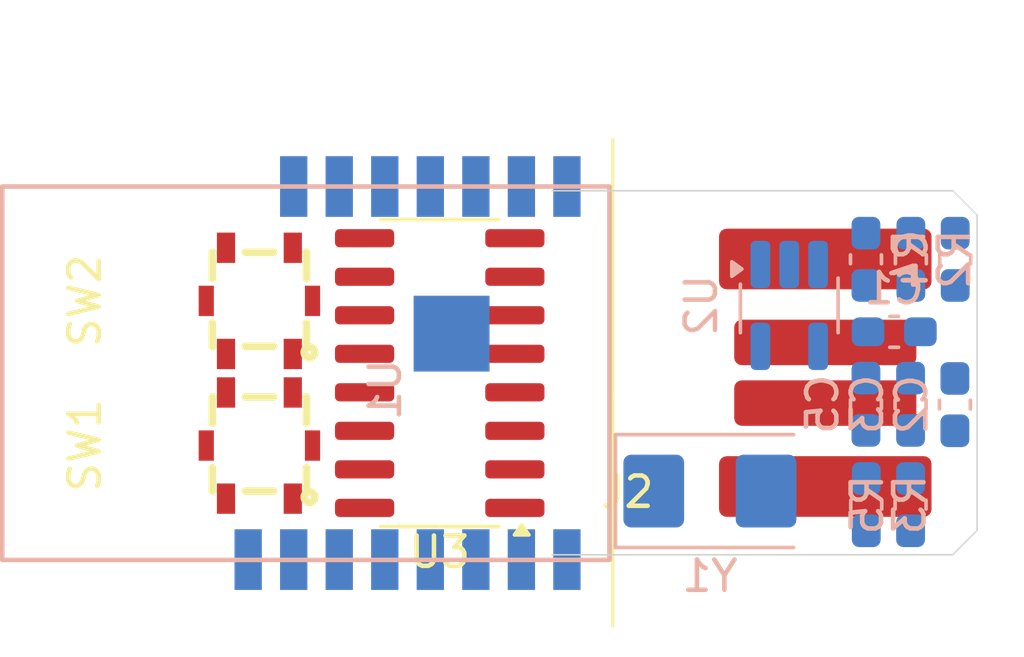
<source format=kicad_pcb>
(kicad_pcb (version 20241229) (generator "pcbnew") (generator_version "9.0")
  (layers (0 "F.Cu" signal) (2 "B.Cu" signal) (13 "F.Paste" user) (15 "B.Paste" user) (5 "F.SilkS" user "F.Silkscreen") (7 "B.SilkS" user "B.Silkscreen") (1 "F.Mask" user) (3 "B.Mask" user) (25 "Edge.Cuts" user))
  (net 0 "")
  (net 1 "GND")
  (net 2 "VBUS")
  (net 3 "+3.3V")
  (net 4 "Net-(U3-XO)")
  (net 5 "Net-(U3-XI)")
  (net 6 "D+")
  (net 7 "D-")
  (net 8 "Net-(U2-EN)")
  (net 9 "Net-(U1-GPIO0)")
  (net 10 "Net-(U1-RST)")
  (net 11 "Net-(U1-GPIO2)")
  (net 18 "Net-(U1-RX)")
  (net 26 "Net-(U1-TX)")
  (footprint "button:KEY-SMD_4P-L3.1-W3.1-P2.00_TS-1077S-01726" (layer "F.Cu") (at 118.86 72.71 90)
    (property "Reference" "SW2" (at 0 -5.75 90) (layer "F.SilkS"))
    (property "Value" "TS-1077S-01726")
    (fp_line (start 1.6 -1.55) (end 1.6 -1.53) (stroke (width 0.25)) (layer "F.SilkS"))
    (fp_line (start 0.74 -1.55) (end 1.6 -1.55) (stroke (width 0.25)) (layer "F.SilkS"))
    (fp_line (start -1.5 -1.55) (end -0.73 -1.55) (stroke (width 0.25)) (layer "F.SilkS"))
    (fp_line (start -1.5 -1.53) (end -1.5 -1.55) (stroke (width 0.25)) (layer "F.SilkS"))
    (fp_line (start 1.6 -0.47) (end 1.6 0.47) (stroke (width 0.25)) (layer "F.SilkS"))
    (fp_line (start -1.5 0.47) (end -1.5 -0.47) (stroke (width 0.25)) (layer "F.SilkS"))
    (fp_line (start 1.6 1.53) (end 1.6 1.55) (stroke (width 0.25)) (layer "F.SilkS"))
    (fp_line (start 1.6 1.55) (end 0.74 1.55) (stroke (width 0.25)) (layer "F.SilkS"))
    (fp_line (start -0.73 1.55) (end -1.5 1.55) (stroke (width 0.25)) (layer "F.SilkS"))
    (fp_line (start -1.5 1.55) (end -1.5 1.53) (stroke (width 0.25)) (layer "F.SilkS"))
    (fp_circle (center -1.7 1.65) (end -1.65 1.65) (stroke (width 0.25)) (fill no) (layer "F.SilkS"))
    (pad "1" smd rect (at -1.75 1.1 180) (size 0.6 1) (layers "F.Cu" "F.Mask" "F.Paste") (net 10 "Net-(U1-RST)"))
    (pad "2" smd rect (at 1.75 1.1 180) (size 0.6 1) (layers "F.Cu" "F.Mask" "F.Paste"))
    (pad "3" smd rect (at 1.75 -1.1 180) (size 0.6 1) (layers "F.Cu" "F.Mask" "F.Paste") (net 1 "GND"))
    (pad "4" smd rect (at -1.75 -1.1 180) (size 0.6 1) (layers "F.Cu" "F.Mask" "F.Paste"))
    (pad "5" smd rect (at 0 -1.75 180) (size 0.5 1) (layers "F.Cu" "F.Mask" "F.Paste"))
    (pad "5" smd rect (at 0 1.75 180) (size 0.5 1) (layers "F.Cu" "F.Mask" "F.Paste"))
  )
  (footprint "Package_SO:SOIC-16_3.9x9.9mm_P1.27mm" (layer "F.Cu") (at 124.8 75.09 180)
    (property "Reference" "U3" (at 0 -5.9 0) (layer "F.SilkS"))
    (property "Value" "CH340G")
    (fp_line (start 0 5.06) (end 1.95 5.06) (stroke (width 0.12)) (layer "F.SilkS"))
    (fp_line (start 0 5.06) (end -1.95 5.06) (stroke (width 0.12)) (layer "F.SilkS"))
    (fp_line (start 0 -5.06) (end 1.95 -5.06) (stroke (width 0.12)) (layer "F.SilkS"))
    (fp_line (start 0 -5.06) (end -1.95 -5.06) (stroke (width 0.12)) (layer "F.SilkS"))
    (fp_poly (pts (xy -2.7 -5.005) (xy -2.94 -5.335) (xy -2.46 -5.335)) (stroke (width 0.12)) (fill yes) (layer "F.SilkS"))
    (pad "1" smd roundrect (at -2.475 -4.445 180) (size 1.95 0.6) (layers "F.Cu" "F.Mask" "F.Paste") (net 1 "GND"))
    (pad "2" smd roundrect (at -2.475 -3.175 180) (size 1.95 0.6) (layers "F.Cu" "F.Mask" "F.Paste") (net 18 "Net-(U1-RX)"))
    (pad "3" smd roundrect (at -2.475 -1.905 180) (size 1.95 0.6) (layers "F.Cu" "F.Mask" "F.Paste") (net 26 "Net-(U1-TX)"))
    (pad "4" smd roundrect (at -2.475 -0.635 180) (size 1.95 0.6) (layers "F.Cu" "F.Mask" "F.Paste") (net 3 "+3.3V"))
    (pad "5" smd roundrect (at -2.475 0.635 180) (size 1.95 0.6) (layers "F.Cu" "F.Mask" "F.Paste") (net 6 "D+"))
    (pad "6" smd roundrect (at -2.475 1.905 180) (size 1.95 0.6) (layers "F.Cu" "F.Mask" "F.Paste") (net 7 "D-"))
    (pad "7" smd roundrect (at -2.475 3.175 180) (size 1.95 0.6) (layers "F.Cu" "F.Mask" "F.Paste") (net 5 "Net-(U3-XI)"))
    (pad "8" smd roundrect (at -2.475 4.445 180) (size 1.95 0.6) (layers "F.Cu" "F.Mask" "F.Paste") (net 4 "Net-(U3-XO)"))
    (pad "9" smd roundrect (at 2.475 4.445 180) (size 1.95 0.6) (layers "F.Cu" "F.Mask" "F.Paste"))
    (pad "10" smd roundrect (at 2.475 3.175 180) (size 1.95 0.6) (layers "F.Cu" "F.Mask" "F.Paste"))
    (pad "11" smd roundrect (at 2.475 1.905 180) (size 1.95 0.6) (layers "F.Cu" "F.Mask" "F.Paste"))
    (pad "12" smd roundrect (at 2.475 0.635 180) (size 1.95 0.6) (layers "F.Cu" "F.Mask" "F.Paste"))
    (pad "13" smd roundrect (at 2.475 -0.635 180) (size 1.95 0.6) (layers "F.Cu" "F.Mask" "F.Paste"))
    (pad "14" smd roundrect (at 2.475 -1.905 180) (size 1.95 0.6) (layers "F.Cu" "F.Mask" "F.Paste"))
    (pad "15" smd roundrect (at 2.475 -3.175 180) (size 1.95 0.6) (layers "F.Cu" "F.Mask" "F.Paste"))
    (pad "16" smd roundrect (at 2.475 -4.445 180) (size 1.95 0.6) (layers "F.Cu" "F.Mask" "F.Paste") (net 3 "+3.3V"))
  )
  (footprint "Connector_USB_PCB_Edge:USB_A_PCB_Edge_receptacle" (layer "F.Cu") (at 137.5 75.08 180)
    (property "Reference" "J2" (at 6.52 -3.93 0) (layer "F.SilkS"))
    (property "Value" "USB_A_PCB_Edge_receptacle")
    (fp_line (start 9 6) (end -4.2 6) (stroke (width 0.05)) (layer "Edge.Cuts"))
    (fp_line (start 9 -6) (end -4.2 -6) (stroke (width 0.05)) (layer "Edge.Cuts"))
    (fp_line (start -5 5.2) (end -4.2 6) (stroke (width 0.05)) (layer "Edge.Cuts"))
    (fp_line (start -5 -5.2) (end -4.2 -6) (stroke (width 0.05)) (layer "Edge.Cuts"))
    (fp_line (start -5 -5.2) (end -5 5.2) (stroke (width 0.05)) (layer "Edge.Cuts"))
    (pad "1" smd roundrect (at 0 3.75 180) (size 7 2) (layers "F.Cu" "F.Mask") (roundrect_rratio 0.125) (net 2 "VBUS"))
    (pad "2" smd roundrect (at 0 1 180) (size 6 1.5) (layers "F.Cu" "F.Mask") (roundrect_rratio 0.1666666667) (net 7 "D-"))
    (pad "3" smd roundrect (at 0 -1 180) (size 6 1.5) (layers "F.Cu" "F.Mask") (roundrect_rratio 0.1666666667) (net 6 "D+"))
    (pad "4" smd roundrect (at 0 -3.75 180) (size 7 2) (layers "F.Cu" "F.Mask") (roundrect_rratio 0.125) (net 1 "GND"))
  )
  (footprint "button:KEY-SMD_4P-L3.1-W3.1-P2.00_TS-1077S-01726" (layer "F.Cu") (at 118.86 77.48 90)
    (property "Reference" "SW1" (at 0 -5.75 90) (layer "F.SilkS"))
    (property "Value" "TS-1077S-01726")
    (fp_line (start 1.6 -1.55) (end 1.6 -1.53) (stroke (width 0.25)) (layer "F.SilkS"))
    (fp_line (start 0.74 -1.55) (end 1.6 -1.55) (stroke (width 0.25)) (layer "F.SilkS"))
    (fp_line (start -1.5 -1.55) (end -0.73 -1.55) (stroke (width 0.25)) (layer "F.SilkS"))
    (fp_line (start -1.5 -1.53) (end -1.5 -1.55) (stroke (width 0.25)) (layer "F.SilkS"))
    (fp_line (start 1.6 -0.47) (end 1.6 0.47) (stroke (width 0.25)) (layer "F.SilkS"))
    (fp_line (start -1.5 0.47) (end -1.5 -0.47) (stroke (width 0.25)) (layer "F.SilkS"))
    (fp_line (start 1.6 1.53) (end 1.6 1.55) (stroke (width 0.25)) (layer "F.SilkS"))
    (fp_line (start 1.6 1.55) (end 0.74 1.55) (stroke (width 0.25)) (layer "F.SilkS"))
    (fp_line (start -0.73 1.55) (end -1.5 1.55) (stroke (width 0.25)) (layer "F.SilkS"))
    (fp_line (start -1.5 1.55) (end -1.5 1.53) (stroke (width 0.25)) (layer "F.SilkS"))
    (fp_circle (center -1.7 1.65) (end -1.65 1.65) (stroke (width 0.25)) (fill no) (layer "F.SilkS"))
    (pad "1" smd rect (at -1.75 1.1 180) (size 0.6 1) (layers "F.Cu" "F.Mask" "F.Paste") (net 9 "Net-(U1-GPIO0)"))
    (pad "2" smd rect (at 1.75 1.1 180) (size 0.6 1) (layers "F.Cu" "F.Mask" "F.Paste"))
    (pad "3" smd rect (at 1.75 -1.1 180) (size 0.6 1) (layers "F.Cu" "F.Mask" "F.Paste") (net 1 "GND"))
    (pad "4" smd rect (at -1.75 -1.1 180) (size 0.6 1) (layers "F.Cu" "F.Mask" "F.Paste"))
    (pad "5" smd rect (at 0 -1.75 180) (size 0.5 1) (layers "F.Cu" "F.Mask" "F.Paste"))
    (pad "5" smd rect (at 0 1.75 180) (size 0.5 1) (layers "F.Cu" "F.Mask" "F.Paste"))
  )
  (footprint "Capacitor_SMD:C_0603_1608Metric_Pad1.08x0.95mm_HandSolder" (layer "B.Cu") (at 141.78 71.34 -90)
    (property "Reference" "C4" (at 0 1.43 90) (layer "B.SilkS") (effects (justify mirror)))
    (property "Value" "30pF")
    (fp_line (start -0.146267 0.51) (end 0.146267 0.51) (stroke (width 0.12)) (layer "B.SilkS"))
    (fp_line (start -0.146267 -0.51) (end 0.146267 -0.51) (stroke (width 0.12)) (layer "B.SilkS"))
    (pad "1" smd roundrect (at -0.8625 0 270) (size 1.075 0.95) (layers "B.Cu" "B.Mask" "B.Paste") (net 4 "Net-(U3-XO)"))
    (pad "2" smd roundrect (at 0.8625 0 270) (size 1.075 0.95) (layers "B.Cu" "B.Mask" "B.Paste") (net 1 "GND"))
  )
  (footprint "Crystal:Crystal_SMD_5032-2Pin_5.0x3.2mm" (layer "B.Cu") (at 133.7 78.98)
    (property "Reference" "Y1" (at 0 2.8 0) (layer "B.SilkS") (effects (justify mirror)))
    (property "Value" "12MHz")
    (fp_line (start -3.11 -1.86) (end 2.76 -1.86) (stroke (width 0.12)) (layer "B.SilkS"))
    (fp_line (start -3.11 1.86) (end -3.11 -1.86) (stroke (width 0.12)) (layer "B.SilkS"))
    (fp_line (start 2.76 1.86) (end -3.11 1.86) (stroke (width 0.12)) (layer "B.SilkS"))
    (pad "1" smd roundrect (at -1.85 0) (size 2 2.4) (layers "B.Cu" "B.Mask" "B.Paste") (roundrect_rratio 0.125) (net 4 "Net-(U3-XO)"))
    (pad "2" smd roundrect (at 1.85 0) (size 2 2.4) (layers "B.Cu" "B.Mask" "B.Paste") (roundrect_rratio 0.125) (net 5 "Net-(U3-XI)"))
  )
  (footprint "Capacitor_SMD:C_0603_1608Metric_Pad1.08x0.95mm_HandSolder" (layer "B.Cu") (at 138.84 71.34 90)
    (property "Reference" "R4" (at 0 1.43 90) (layer "B.SilkS") (effects (justify mirror)))
    (property "Value" "10k")
    (fp_line (start -0.146267 -0.51) (end 0.146267 -0.51) (stroke (width 0.12)) (layer "B.SilkS"))
    (fp_line (start -0.146267 0.51) (end 0.146267 0.51) (stroke (width 0.12)) (layer "B.SilkS"))
    (pad "1" smd roundrect (at -0.8625 0 90) (size 1.075 0.95) (layers "B.Cu" "B.Mask" "B.Paste") (net 10 "Net-(U1-RST)"))
    (pad "2" smd roundrect (at 0.8625 0 90) (size 1.075 0.95) (layers "B.Cu" "B.Mask" "B.Paste") (net 3 "+3.3V"))
  )
  (footprint "Capacitor_SMD:C_0603_1608Metric_Pad1.08x0.95mm_HandSolder" (layer "B.Cu") (at 140.31 79.4275 -90)
    (property "Reference" "R5" (at 0 1.43 90) (layer "B.SilkS") (effects (justify mirror)))
    (property "Value" "10k")
    (fp_line (start -0.146267 0.51) (end 0.146267 0.51) (stroke (width 0.12)) (layer "B.SilkS"))
    (fp_line (start -0.146267 -0.51) (end 0.146267 -0.51) (stroke (width 0.12)) (layer "B.SilkS"))
    (pad "1" smd roundrect (at -0.8625 0 270) (size 1.075 0.95) (layers "B.Cu" "B.Mask" "B.Paste") (net 3 "+3.3V"))
    (pad "2" smd roundrect (at 0.8625 0 270) (size 1.075 0.95) (layers "B.Cu" "B.Mask" "B.Paste") (net 11 "Net-(U1-GPIO2)"))
  )
  (footprint "Capacitor_SMD:C_0603_1608Metric_Pad1.08x0.95mm_HandSolder" (layer "B.Cu") (at 140.31 76.12 -90)
    (property "Reference" "C3" (at 0 1.43 90) (layer "B.SilkS") (effects (justify mirror)))
    (property "Value" "100nF")
    (fp_line (start -0.146267 0.51) (end 0.146267 0.51) (stroke (width 0.12)) (layer "B.SilkS"))
    (fp_line (start -0.146267 -0.51) (end 0.146267 -0.51) (stroke (width 0.12)) (layer "B.SilkS"))
    (pad "1" smd roundrect (at -0.8625 0 270) (size 1.075 0.95) (layers "B.Cu" "B.Mask" "B.Paste") (net 3 "+3.3V"))
    (pad "2" smd roundrect (at 0.8625 0 270) (size 1.075 0.95) (layers "B.Cu" "B.Mask" "B.Paste") (net 1 "GND"))
  )
  (footprint "ESP8285:ESP-M2" (layer "B.Cu") (at 122.99 75.09 -90)
    (property "Reference" "U1" (at 0.55 -0.01 90) (layer "B.SilkS") (effects (justify mirror)))
    (property "Value" "ESP-M2")
    (fp_line (start -6.15 12.6) (end 6.15 12.6) (stroke (width 0.15)) (layer "B.SilkS"))
    (fp_line (start -6.15 -7.4) (end -6.15 12.6) (stroke (width 0.15)) (layer "B.SilkS"))
    (fp_line (start 6.15 -7.4) (end -6.15 -7.4) (stroke (width 0.15)) (layer "B.SilkS"))
    (fp_line (start 6.16 -7.4) (end 6.16 12.6) (stroke (width 0.15)) (layer "B.SilkS"))
    (pad "1" smd rect (at -6.15 3 180) (size 0.9 2) (layers "B.Cu" "B.Mask" "B.Paste"))
    (pad "2" smd rect (at -6.15 1.5 180) (size 0.9 2) (layers "B.Cu" "B.Mask" "B.Paste"))
    (pad "3" smd rect (at -6.15 0 180) (size 0.9 2) (layers "B.Cu" "B.Mask" "B.Paste"))
    (pad "4" smd rect (at -6.15 -1.5 180) (size 0.9 2) (layers "B.Cu" "B.Mask" "B.Paste"))
    (pad "5" smd rect (at -6.15 -3 180) (size 0.9 2) (layers "B.Cu" "B.Mask" "B.Paste"))
    (pad "6" smd rect (at -6.15 -4.5 180) (size 0.9 2) (layers "B.Cu" "B.Mask" "B.Paste"))
    (pad "7" smd rect (at -6.15 -6 180) (size 0.9 2) (layers "B.Cu" "B.Mask" "B.Paste") (net 3 "+3.3V"))
    (pad "8" smd rect (at 6.15 -6 180) (size 0.9 2) (layers "B.Cu" "B.Mask" "B.Paste") (net 1 "GND"))
    (pad "9" smd rect (at 6.15 -4.5 180) (size 0.9 2) (layers "B.Cu" "B.Mask" "B.Paste") (net 11 "Net-(U1-GPIO2)"))
    (pad "10" smd rect (at 6.15 -3 180) (size 0.9 2) (layers "B.Cu" "B.Mask" "B.Paste") (net 9 "Net-(U1-GPIO0)"))
    (pad "11" smd rect (at 6.15 -1.5 180) (size 0.9 2) (layers "B.Cu" "B.Mask" "B.Paste"))
    (pad "12" smd rect (at 6.15 0 180) (size 0.9 2) (layers "B.Cu" "B.Mask" "B.Paste"))
    (pad "13" smd rect (at 6.15 1.5 180) (size 0.9 2) (layers "B.Cu" "B.Mask" "B.Paste") (net 18 "Net-(U1-RX)"))
    (pad "14" smd rect (at 6.15 3 180) (size 0.9 2) (layers "B.Cu" "B.Mask" "B.Paste") (net 26 "Net-(U1-TX)"))
    (pad "15" smd rect (at 6.15 4.5 180) (size 0.9 2) (layers "B.Cu" "B.Mask" "B.Paste") (net 10 "Net-(U1-RST)"))
    (pad "16" smd rect (at -1.3 -2.2 180) (size 2.5 2.5) (layers "B.Cu" "B.Mask" "B.Paste") (net 1 "GND"))
  )
  (footprint "Capacitor_SMD:C_0603_1608Metric_Pad1.08x0.95mm_HandSolder" (layer "B.Cu") (at 138.85 79.4275 90)
    (property "Reference" "R3" (at 0 1.43 90) (layer "B.SilkS") (effects (justify mirror)))
    (property "Value" "10k")
    (fp_line (start -0.146267 -0.51) (end 0.146267 -0.51) (stroke (width 0.12)) (layer "B.SilkS"))
    (fp_line (start -0.146267 0.51) (end 0.146267 0.51) (stroke (width 0.12)) (layer "B.SilkS"))
    (pad "1" smd roundrect (at -0.8625 0 90) (size 1.075 0.95) (layers "B.Cu" "B.Mask" "B.Paste") (net 9 "Net-(U1-GPIO0)"))
    (pad "2" smd roundrect (at 0.8625 0 90) (size 1.075 0.95) (layers "B.Cu" "B.Mask" "B.Paste") (net 3 "+3.3V"))
  )
  (footprint "Capacitor_SMD:C_0603_1608Metric_Pad1.08x0.95mm_HandSolder" (layer "B.Cu") (at 138.84 76.1175 -90)
    (property "Reference" "C5" (at 0 1.43 90) (layer "B.SilkS") (effects (justify mirror)))
    (property "Value" "30pF")
    (fp_line (start -0.146267 0.51) (end 0.146267 0.51) (stroke (width 0.12)) (layer "B.SilkS"))
    (fp_line (start -0.146267 -0.51) (end 0.146267 -0.51) (stroke (width 0.12)) (layer "B.SilkS"))
    (pad "1" smd roundrect (at -0.8625 0 270) (size 1.075 0.95) (layers "B.Cu" "B.Mask" "B.Paste") (net 5 "Net-(U3-XI)"))
    (pad "2" smd roundrect (at 0.8625 0 270) (size 1.075 0.95) (layers "B.Cu" "B.Mask" "B.Paste") (net 1 "GND"))
  )
  (footprint "Capacitor_SMD:C_0603_1608Metric_Pad1.08x0.95mm_HandSolder" (layer "B.Cu") (at 140.32 71.34 90)
    (property "Reference" "R2" (at 0 1.43 90) (layer "B.SilkS") (effects (justify mirror)))
    (property "Value" "1k")
    (fp_line (start -0.146267 -0.51) (end 0.146267 -0.51) (stroke (width 0.12)) (layer "B.SilkS"))
    (fp_line (start -0.146267 0.51) (end 0.146267 0.51) (stroke (width 0.12)) (layer "B.SilkS"))
    (pad "1" smd roundrect (at -0.8625 0 90) (size 1.075 0.95) (layers "B.Cu" "B.Mask" "B.Paste") (net 2 "VBUS"))
    (pad "2" smd roundrect (at 0.8625 0 90) (size 1.075 0.95) (layers "B.Cu" "B.Mask" "B.Paste") (net 8 "Net-(U2-EN)"))
  )
  (footprint "Capacitor_SMD:C_0603_1608Metric_Pad1.08x0.95mm_HandSolder" (layer "B.Cu") (at 141.77 76.13 -90)
    (property "Reference" "C2" (at 0 1.43 90) (layer "B.SilkS") (effects (justify mirror)))
    (property "Value" "1uF")
    (fp_line (start -0.146267 0.51) (end 0.146267 0.51) (stroke (width 0.12)) (layer "B.SilkS"))
    (fp_line (start -0.146267 -0.51) (end 0.146267 -0.51) (stroke (width 0.12)) (layer "B.SilkS"))
    (pad "1" smd roundrect (at -0.8625 0 270) (size 1.075 0.95) (layers "B.Cu" "B.Mask" "B.Paste") (net 3 "+3.3V"))
    (pad "2" smd roundrect (at 0.8625 0 270) (size 1.075 0.95) (layers "B.Cu" "B.Mask" "B.Paste") (net 1 "GND"))
  )
  (footprint "Package_TO_SOT_SMD:SOT-23-5_HandSoldering" (layer "B.Cu") (at 136.3125 72.86 -90)
    (property "Reference" "U2" (at 0 2.9 90) (layer "B.SilkS") (effects (justify mirror)))
    (property "Value" "AP2112K-3.3")
    (fp_line (start 0.1 1.61) (end -0.7 1.61) (stroke (width 0.12)) (layer "B.SilkS"))
    (fp_line (start 0.1 1.61) (end 0.9 1.61) (stroke (width 0.12)) (layer "B.SilkS"))
    (fp_line (start -0.9 -1.61) (end 0.9 -1.61) (stroke (width 0.12)) (layer "B.SilkS"))
    (fp_poly (pts (xy -1.2 1.56) (xy -1.44 1.89) (xy -0.96 1.89) (xy -1.2 1.56)) (stroke (width 0.12)) (fill yes) (layer "B.SilkS"))
    (pad "1" smd roundrect (at -1.35 0.95 270) (size 1.56 0.65) (layers "B.Cu" "B.Mask" "B.Paste") (net 2 "VBUS"))
    (pad "2" smd roundrect (at -1.35 0 270) (size 1.56 0.65) (layers "B.Cu" "B.Mask" "B.Paste") (net 1 "GND"))
    (pad "3" smd roundrect (at -1.35 -0.95 270) (size 1.56 0.65) (layers "B.Cu" "B.Mask" "B.Paste") (net 8 "Net-(U2-EN)"))
    (pad "4" smd roundrect (at 1.35 -0.95 270) (size 1.56 0.65) (layers "B.Cu" "B.Mask" "B.Paste"))
    (pad "5" smd roundrect (at 1.35 0.95 270) (size 1.56 0.65) (layers "B.Cu" "B.Mask" "B.Paste") (net 3 "+3.3V"))
  )
  (footprint "Capacitor_SMD:C_0603_1608Metric_Pad1.08x0.95mm_HandSolder" (layer "B.Cu") (at 139.77 73.73 180)
    (property "Reference" "C1" (at 0 1.43 0) (layer "B.SilkS") (effects (justify mirror)))
    (property "Value" "1uF")
    (fp_line (start -0.146267 0.51) (end 0.146267 0.51) (stroke (width 0.12)) (layer "B.SilkS"))
    (fp_line (start -0.146267 -0.51) (end 0.146267 -0.51) (stroke (width 0.12)) (layer "B.SilkS"))
    (pad "1" smd roundrect (at -0.8625 0 180) (size 1.075 0.95) (layers "B.Cu" "B.Mask" "B.Paste") (net 2 "VBUS"))
    (pad "2" smd roundrect (at 0.8625 0 180) (size 1.075 0.95) (layers "B.Cu" "B.Mask" "B.Paste") (net 1 "GND"))
  )
  (gr_line (start 130.5 75.83) (end 130.5 67.38) (stroke (width 0.1)) (layer "F.SilkS"))
  (gr_line (start 130.5 75.83) (end 130.5 83.43) (stroke (width 0.1)) (layer "F.SilkS"))
)
</source>
